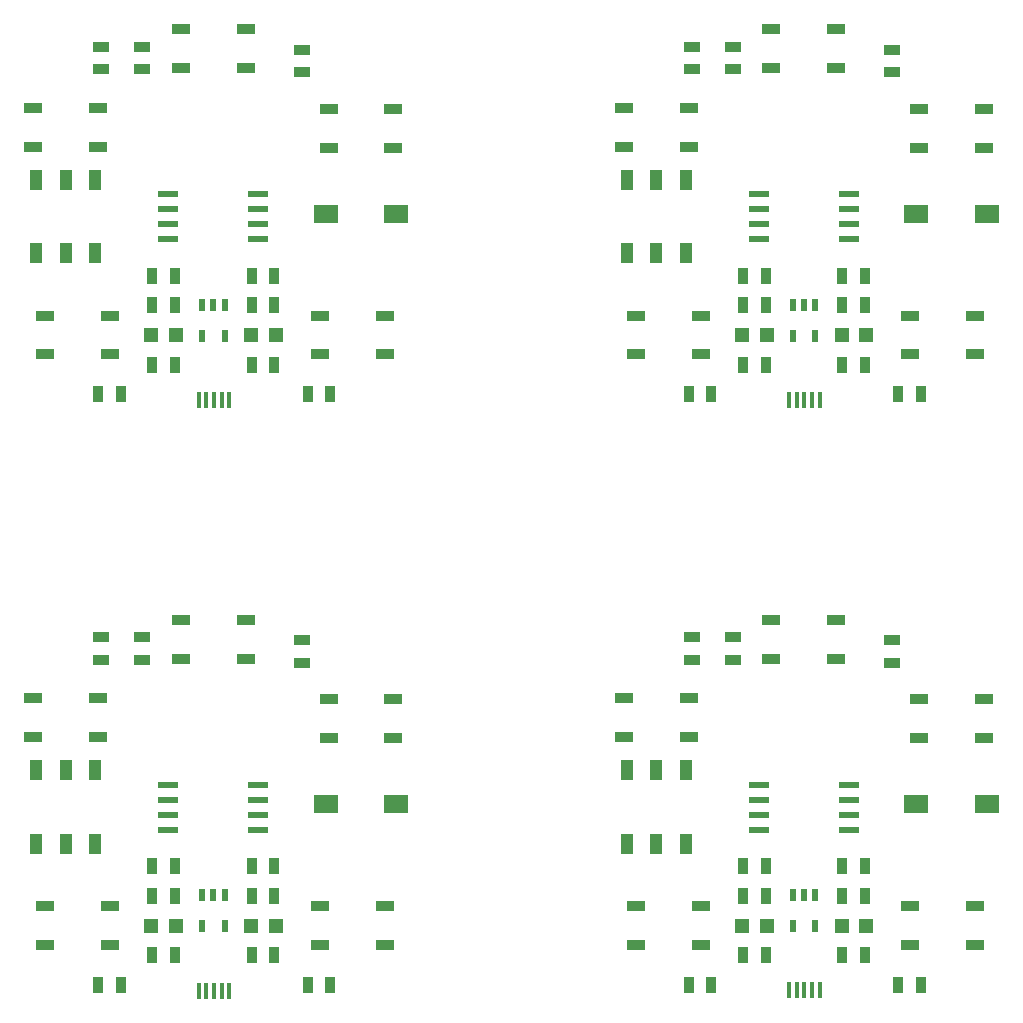
<source format=gtp>
G04 #@! TF.FileFunction,Paste,Top*
%FSLAX46Y46*%
G04 Gerber Fmt 4.6, Leading zero omitted, Abs format (unit mm)*
G04 Created by KiCad (PCBNEW 4.0.7) date Sunday 01 April 2018 'à' 11:57:02*
%MOMM*%
%LPD*%
G01*
G04 APERTURE LIST*
%ADD10C,0.100000*%
%ADD11R,0.400000X1.350000*%
%ADD12R,0.889000X1.397000*%
%ADD13R,1.198880X1.198880*%
%ADD14R,1.500000X0.900000*%
%ADD15R,1.998980X1.600200*%
%ADD16R,1.397000X0.889000*%
%ADD17R,0.551180X1.000760*%
%ADD18R,1.800000X0.600000*%
%ADD19R,1.000000X1.800000*%
G04 APERTURE END LIST*
D10*
D11*
X193749100Y-100512460D03*
X194399100Y-100512460D03*
X195049100Y-100512460D03*
X195699100Y-100512460D03*
X196349100Y-100512460D03*
X143749100Y-100512460D03*
X144399100Y-100512460D03*
X145049100Y-100512460D03*
X145699100Y-100512460D03*
X146349100Y-100512460D03*
X143749100Y-150512460D03*
X144399100Y-150512460D03*
X145049100Y-150512460D03*
X145699100Y-150512460D03*
X146349100Y-150512460D03*
D12*
X200155000Y-140000000D03*
X198250000Y-140000000D03*
X150155000Y-140000000D03*
X148250000Y-140000000D03*
X200155000Y-90000000D03*
X198250000Y-90000000D03*
X198250000Y-142500000D03*
X200155000Y-142500000D03*
X148250000Y-142500000D03*
X150155000Y-142500000D03*
X198250000Y-92500000D03*
X200155000Y-92500000D03*
D13*
X198200280Y-145000000D03*
X200298320Y-145000000D03*
X148200280Y-145000000D03*
X150298320Y-145000000D03*
X198200280Y-95000000D03*
X200298320Y-95000000D03*
D14*
X204000000Y-146650000D03*
X209500000Y-146650000D03*
X209500000Y-143350000D03*
X204000000Y-143350000D03*
X154000000Y-146650000D03*
X159500000Y-146650000D03*
X159500000Y-143350000D03*
X154000000Y-143350000D03*
X204000000Y-96650000D03*
X209500000Y-96650000D03*
X209500000Y-93350000D03*
X204000000Y-93350000D03*
D12*
X203000000Y-150000000D03*
X204905000Y-150000000D03*
X153000000Y-150000000D03*
X154905000Y-150000000D03*
X203000000Y-100000000D03*
X204905000Y-100000000D03*
X200155000Y-147500000D03*
X198250000Y-147500000D03*
X150155000Y-147500000D03*
X148250000Y-147500000D03*
X200155000Y-97500000D03*
X198250000Y-97500000D03*
X191750000Y-147500000D03*
X189845000Y-147500000D03*
X141750000Y-147500000D03*
X139845000Y-147500000D03*
X191750000Y-97500000D03*
X189845000Y-97500000D03*
D15*
X204500260Y-134750000D03*
X210499740Y-134750000D03*
X154500260Y-134750000D03*
X160499740Y-134750000D03*
X204500260Y-84750000D03*
X210499740Y-84750000D03*
D16*
X202500000Y-122750000D03*
X202500000Y-120845000D03*
X152500000Y-122750000D03*
X152500000Y-120845000D03*
X202500000Y-72750000D03*
X202500000Y-70845000D03*
D14*
X204750000Y-129150000D03*
X210250000Y-129150000D03*
X210250000Y-125850000D03*
X204750000Y-125850000D03*
X154750000Y-129150000D03*
X160250000Y-129150000D03*
X160250000Y-125850000D03*
X154750000Y-125850000D03*
X204750000Y-79150000D03*
X210250000Y-79150000D03*
X210250000Y-75850000D03*
X204750000Y-75850000D03*
D16*
X189000000Y-122500000D03*
X189000000Y-120595000D03*
X139000000Y-122500000D03*
X139000000Y-120595000D03*
X189000000Y-72500000D03*
X189000000Y-70595000D03*
D14*
X192250000Y-122400000D03*
X197750000Y-122400000D03*
X197750000Y-119100000D03*
X192250000Y-119100000D03*
X142250000Y-122400000D03*
X147750000Y-122400000D03*
X147750000Y-119100000D03*
X142250000Y-119100000D03*
X192250000Y-72400000D03*
X197750000Y-72400000D03*
X197750000Y-69100000D03*
X192250000Y-69100000D03*
D16*
X185500000Y-122500000D03*
X185500000Y-120595000D03*
X135500000Y-122500000D03*
X135500000Y-120595000D03*
X185500000Y-72500000D03*
X185500000Y-70595000D03*
D14*
X180750000Y-146650000D03*
X186250000Y-146650000D03*
X186250000Y-143350000D03*
X180750000Y-143350000D03*
X130750000Y-146650000D03*
X136250000Y-146650000D03*
X136250000Y-143350000D03*
X130750000Y-143350000D03*
X180750000Y-96650000D03*
X186250000Y-96650000D03*
X186250000Y-93350000D03*
X180750000Y-93350000D03*
D12*
X185250000Y-150000000D03*
X187155000Y-150000000D03*
X135250000Y-150000000D03*
X137155000Y-150000000D03*
X185250000Y-100000000D03*
X187155000Y-100000000D03*
D13*
X191846520Y-145000000D03*
X189748480Y-145000000D03*
X141846520Y-145000000D03*
X139748480Y-145000000D03*
X191846520Y-95000000D03*
X189748480Y-95000000D03*
D17*
X195000000Y-142449520D03*
X194050040Y-145050480D03*
X195949960Y-145050480D03*
X194047500Y-142449520D03*
X195952500Y-142449520D03*
X145000000Y-142449520D03*
X144050040Y-145050480D03*
X145949960Y-145050480D03*
X144047500Y-142449520D03*
X145952500Y-142449520D03*
X195000000Y-92449520D03*
X194050040Y-95050480D03*
X195949960Y-95050480D03*
X194047500Y-92449520D03*
X195952500Y-92449520D03*
D12*
X189845000Y-142500000D03*
X191750000Y-142500000D03*
X139845000Y-142500000D03*
X141750000Y-142500000D03*
X189845000Y-92500000D03*
X191750000Y-92500000D03*
X191750000Y-140000000D03*
X189845000Y-140000000D03*
X141750000Y-140000000D03*
X139845000Y-140000000D03*
X191750000Y-90000000D03*
X189845000Y-90000000D03*
D18*
X198800000Y-136905000D03*
X198800000Y-135635000D03*
X198800000Y-134365000D03*
X198800000Y-133095000D03*
X191200000Y-133095000D03*
X191200000Y-134365000D03*
X191200000Y-135635000D03*
X191200000Y-136905000D03*
X148800000Y-136905000D03*
X148800000Y-135635000D03*
X148800000Y-134365000D03*
X148800000Y-133095000D03*
X141200000Y-133095000D03*
X141200000Y-134365000D03*
X141200000Y-135635000D03*
X141200000Y-136905000D03*
X198800000Y-86905000D03*
X198800000Y-85635000D03*
X198800000Y-84365000D03*
X198800000Y-83095000D03*
X191200000Y-83095000D03*
X191200000Y-84365000D03*
X191200000Y-85635000D03*
X191200000Y-86905000D03*
D14*
X179750000Y-129050000D03*
X185250000Y-129050000D03*
X185250000Y-125750000D03*
X179750000Y-125750000D03*
X129750000Y-129050000D03*
X135250000Y-129050000D03*
X135250000Y-125750000D03*
X129750000Y-125750000D03*
X179750000Y-79050000D03*
X185250000Y-79050000D03*
X185250000Y-75750000D03*
X179750000Y-75750000D03*
D19*
X180010800Y-131850400D03*
X182500000Y-131850400D03*
X184989200Y-131850400D03*
X180010800Y-138098800D03*
X182500000Y-138098800D03*
X184989200Y-138098800D03*
X130010800Y-131850400D03*
X132500000Y-131850400D03*
X134989200Y-131850400D03*
X130010800Y-138098800D03*
X132500000Y-138098800D03*
X134989200Y-138098800D03*
X180010800Y-81850400D03*
X182500000Y-81850400D03*
X184989200Y-81850400D03*
X180010800Y-88098800D03*
X182500000Y-88098800D03*
X184989200Y-88098800D03*
D18*
X148800000Y-86905000D03*
X148800000Y-85635000D03*
X148800000Y-84365000D03*
X148800000Y-83095000D03*
X141200000Y-83095000D03*
X141200000Y-84365000D03*
X141200000Y-85635000D03*
X141200000Y-86905000D03*
D14*
X130750000Y-96650000D03*
X136250000Y-96650000D03*
X136250000Y-93350000D03*
X130750000Y-93350000D03*
X142250000Y-72400000D03*
X147750000Y-72400000D03*
X147750000Y-69100000D03*
X142250000Y-69100000D03*
X154750000Y-79150000D03*
X160250000Y-79150000D03*
X160250000Y-75850000D03*
X154750000Y-75850000D03*
D12*
X141750000Y-97500000D03*
X139845000Y-97500000D03*
X141750000Y-90000000D03*
X139845000Y-90000000D03*
X139845000Y-92500000D03*
X141750000Y-92500000D03*
X148250000Y-92500000D03*
X150155000Y-92500000D03*
X150155000Y-97500000D03*
X148250000Y-97500000D03*
D15*
X154500260Y-84750000D03*
X160499740Y-84750000D03*
D17*
X145000000Y-92449520D03*
X144050040Y-95050480D03*
X145949960Y-95050480D03*
X144047500Y-92449520D03*
X145952500Y-92449520D03*
D16*
X139000000Y-72500000D03*
X139000000Y-70595000D03*
X135500000Y-72500000D03*
X135500000Y-70595000D03*
X152500000Y-72750000D03*
X152500000Y-70845000D03*
D12*
X150155000Y-90000000D03*
X148250000Y-90000000D03*
D19*
X130010800Y-81850400D03*
X132500000Y-81850400D03*
X134989200Y-81850400D03*
X130010800Y-88098800D03*
X132500000Y-88098800D03*
X134989200Y-88098800D03*
D12*
X135250000Y-100000000D03*
X137155000Y-100000000D03*
X153000000Y-100000000D03*
X154905000Y-100000000D03*
D14*
X154000000Y-96650000D03*
X159500000Y-96650000D03*
X159500000Y-93350000D03*
X154000000Y-93350000D03*
X129750000Y-79050000D03*
X135250000Y-79050000D03*
X135250000Y-75750000D03*
X129750000Y-75750000D03*
D13*
X141846520Y-95000000D03*
X139748480Y-95000000D03*
X148200280Y-95000000D03*
X150298320Y-95000000D03*
D11*
X193749100Y-150487460D03*
X194399100Y-150487460D03*
X195049100Y-150487460D03*
X195699100Y-150487460D03*
X196349100Y-150487460D03*
M02*

</source>
